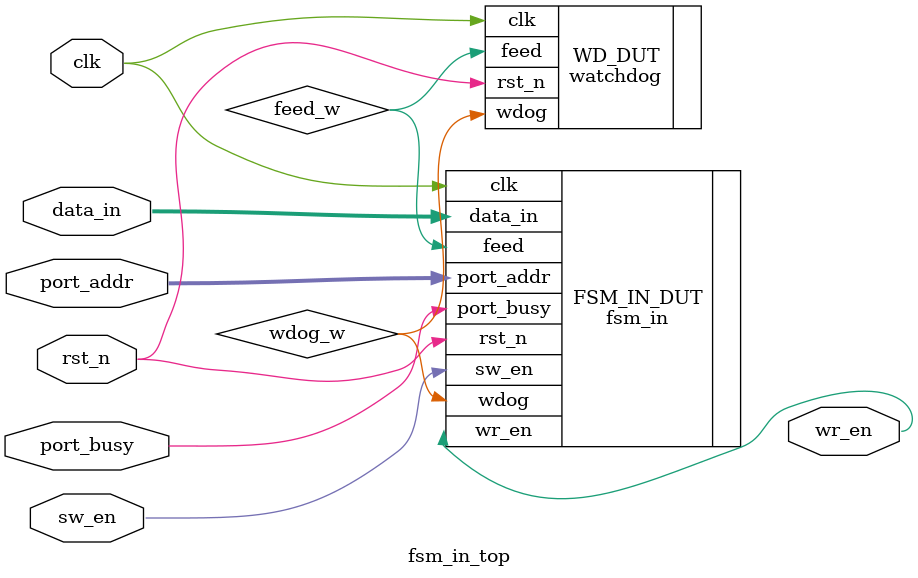
<source format=v>
`include "wd_module.v"
`include "fsm_in_module.v"

module fsm_in_top # (
    parameter W_WIDTH = 8
)(
    input clk, rst_n,
    input sw_en, port_busy,
    input [W_WIDTH-1:0] port_addr,
    input [W_WIDTH-1:0] data_in,
    output wr_en
);

    wire feed_w, wdog_w;

    watchdog # () WD_DUT (
        .clk(clk),
        .rst_n(rst_n),
        .feed(feed_w),
        .wdog(wdog_w)
    );

    fsm_in # (
        .W_WIDTH(W_WIDTH)
    ) FSM_IN_DUT (
        .clk(clk),
        .rst_n(rst_n),
        .sw_en(sw_en),
        .port_busy(port_busy),
        .wdog(wdog_w),
        .port_addr(port_addr),
        .data_in(data_in),
        .wr_en(wr_en),
        .feed(feed_w)
    );
endmodule : fsm_in_top
</source>
